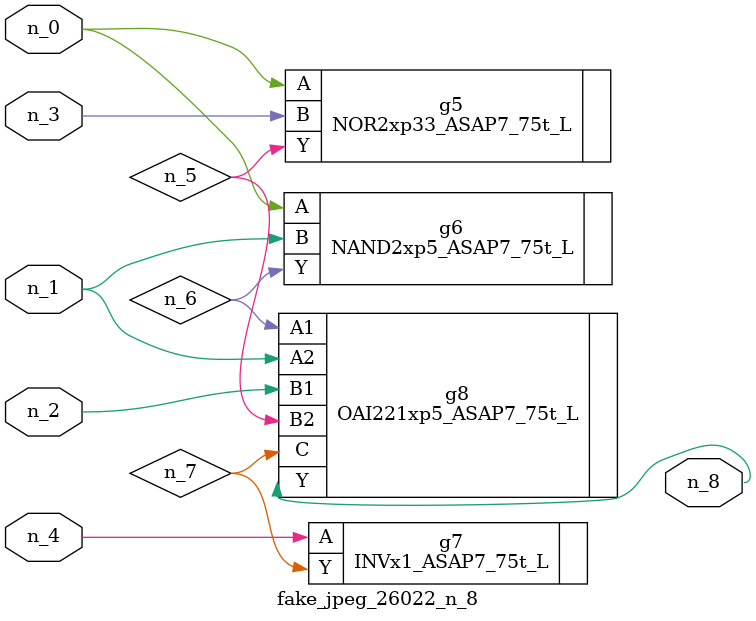
<source format=v>
module fake_jpeg_26022_n_8 (n_3, n_2, n_1, n_0, n_4, n_8);

input n_3;
input n_2;
input n_1;
input n_0;
input n_4;

output n_8;

wire n_6;
wire n_5;
wire n_7;

NOR2xp33_ASAP7_75t_L g5 ( 
.A(n_0),
.B(n_3),
.Y(n_5)
);

NAND2xp5_ASAP7_75t_L g6 ( 
.A(n_0),
.B(n_1),
.Y(n_6)
);

INVx1_ASAP7_75t_L g7 ( 
.A(n_4),
.Y(n_7)
);

OAI221xp5_ASAP7_75t_L g8 ( 
.A1(n_6),
.A2(n_1),
.B1(n_2),
.B2(n_5),
.C(n_7),
.Y(n_8)
);


endmodule
</source>
